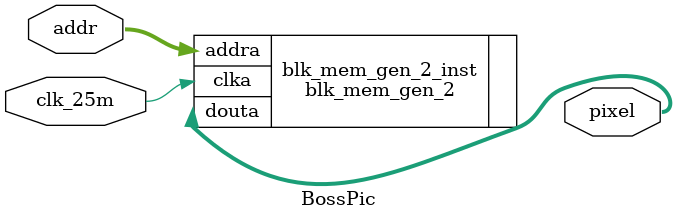
<source format=v>
module BossPic(clk_25m, addr, pixel);
	input clk_25m;
	input [16:0]addr;
	output [11:0]pixel;
	
	blk_mem_gen_2 blk_mem_gen_2_inst(
      .clka(clk_25m),
      .addra(addr),
      .douta(pixel)
    ); 
endmodule
</source>
